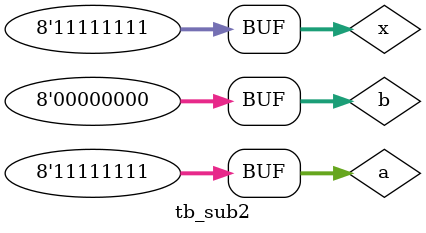
<source format=sv>

`timescale 1ns/1ps

module tb_sub2();
reg [7:0] a, b;
reg signed [8:0] c;
reg [7:0] x;

initial 
begin
a=0; b=255;

for (x=0; x<255; x=x+1) begin
#(10) a=a+1; b=b-1; 
end

end

sub2 u0(a,b,c);


endmodule
</source>
